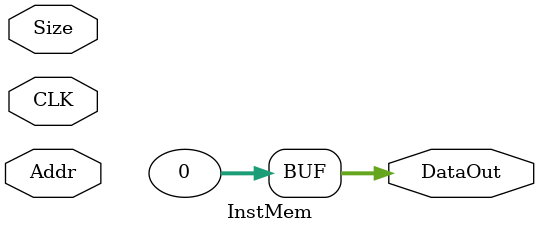
<source format=v>


// Verification Directory fv/InstMem 

module InstMem(Addr, Size, DataOut, CLK);
  input [31:0] Addr;
  input [1:0] Size;
  input CLK;
  output [31:0] DataOut;
  wire [31:0] Addr;
  wire [1:0] Size;
  wire CLK;
  wire [31:0] DataOut;
  assign DataOut[0] = 1'b0;
  assign DataOut[1] = 1'b0;
  assign DataOut[2] = 1'b0;
  assign DataOut[3] = 1'b0;
  assign DataOut[4] = 1'b0;
  assign DataOut[5] = 1'b0;
  assign DataOut[6] = 1'b0;
  assign DataOut[7] = 1'b0;
  assign DataOut[8] = 1'b0;
  assign DataOut[9] = 1'b0;
  assign DataOut[10] = 1'b0;
  assign DataOut[11] = 1'b0;
  assign DataOut[12] = 1'b0;
  assign DataOut[13] = 1'b0;
  assign DataOut[14] = 1'b0;
  assign DataOut[15] = 1'b0;
  assign DataOut[16] = 1'b0;
  assign DataOut[17] = 1'b0;
  assign DataOut[18] = 1'b0;
  assign DataOut[19] = 1'b0;
  assign DataOut[20] = 1'b0;
  assign DataOut[21] = 1'b0;
  assign DataOut[22] = 1'b0;
  assign DataOut[23] = 1'b0;
  assign DataOut[24] = 1'b0;
  assign DataOut[25] = 1'b0;
  assign DataOut[26] = 1'b0;
  assign DataOut[27] = 1'b0;
  assign DataOut[28] = 1'b0;
  assign DataOut[29] = 1'b0;
  assign DataOut[30] = 1'b0;
  assign DataOut[31] = 1'b0;
endmodule


</source>
